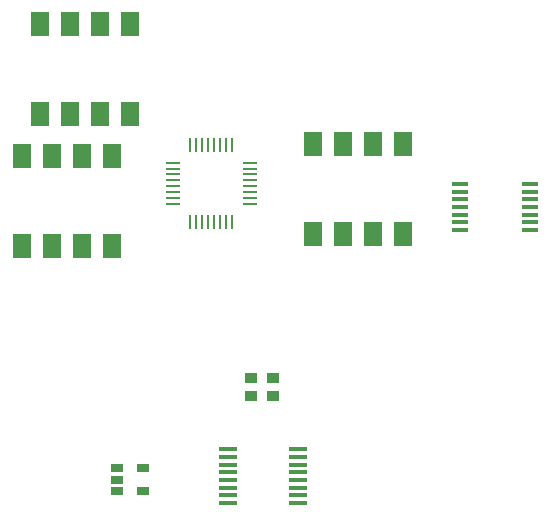
<source format=gbr>
G04 #@! TF.FileFunction,Paste,Top*
%FSLAX46Y46*%
G04 Gerber Fmt 4.6, Leading zero omitted, Abs format (unit mm)*
G04 Created by KiCad (PCBNEW 4.0.1-stable) date 5/9/2016 12:29:30 PM*
%MOMM*%
G01*
G04 APERTURE LIST*
%ADD10C,0.100000*%
%ADD11R,1.060000X0.650000*%
%ADD12R,1.524000X2.032000*%
%ADD13R,1.500000X0.450000*%
%ADD14R,1.450000X0.450000*%
%ADD15R,1.200000X0.280000*%
%ADD16R,0.280000X1.200000*%
%ADD17R,1.000000X0.900000*%
G04 APERTURE END LIST*
D10*
D11*
X101008000Y-174752000D03*
X101008000Y-175702000D03*
X101008000Y-176652000D03*
X103208000Y-176652000D03*
X103208000Y-174752000D03*
D12*
X117602000Y-154940000D03*
X120142000Y-154940000D03*
X122682000Y-154940000D03*
X125222000Y-154940000D03*
X125222000Y-147320000D03*
X122682000Y-147320000D03*
X120142000Y-147320000D03*
X117602000Y-147320000D03*
X92964000Y-155956000D03*
X95504000Y-155956000D03*
X98044000Y-155956000D03*
X100584000Y-155956000D03*
X100584000Y-148336000D03*
X98044000Y-148336000D03*
X95504000Y-148336000D03*
X92964000Y-148336000D03*
X94488000Y-144780000D03*
X97028000Y-144780000D03*
X99568000Y-144780000D03*
X102108000Y-144780000D03*
X102108000Y-137160000D03*
X99568000Y-137160000D03*
X97028000Y-137160000D03*
X94488000Y-137160000D03*
D13*
X110432000Y-173138000D03*
X110432000Y-173788000D03*
X110432000Y-174438000D03*
X110432000Y-175088000D03*
X110432000Y-175738000D03*
X110432000Y-176388000D03*
X110432000Y-177038000D03*
X110432000Y-177688000D03*
X116332000Y-177688000D03*
X116332000Y-177038000D03*
X116332000Y-176388000D03*
X116332000Y-175738000D03*
X116332000Y-175088000D03*
X116332000Y-174438000D03*
X116332000Y-173788000D03*
X116332000Y-173138000D03*
D14*
X130048000Y-150674000D03*
X130048000Y-151324000D03*
X130048000Y-151974000D03*
X130048000Y-152624000D03*
X130048000Y-153274000D03*
X130048000Y-153924000D03*
X130048000Y-154574000D03*
X135948000Y-154574000D03*
X135948000Y-153924000D03*
X135948000Y-153274000D03*
X135948000Y-152624000D03*
X135948000Y-151974000D03*
X135948000Y-151324000D03*
X135948000Y-150674000D03*
D15*
X105716000Y-148872000D03*
X105716000Y-149372000D03*
X105716000Y-149872000D03*
X105716000Y-150372000D03*
X105716000Y-150872000D03*
X105716000Y-151372000D03*
X105716000Y-151872000D03*
X105716000Y-152372000D03*
D16*
X107216000Y-153872000D03*
X107716000Y-153872000D03*
X108216000Y-153872000D03*
X108716000Y-153872000D03*
X109216000Y-153872000D03*
X109716000Y-153872000D03*
X110216000Y-153872000D03*
X110716000Y-153872000D03*
D15*
X112216000Y-152372000D03*
X112216000Y-151872000D03*
X112216000Y-151372000D03*
X112216000Y-150872000D03*
X112216000Y-150372000D03*
X112216000Y-149872000D03*
X112216000Y-149372000D03*
X112216000Y-148872000D03*
D16*
X110716000Y-147372000D03*
X110216000Y-147372000D03*
X109716000Y-147372000D03*
X109216000Y-147372000D03*
X108716000Y-147372000D03*
X108216000Y-147372000D03*
X107716000Y-147372000D03*
X107216000Y-147372000D03*
D17*
X112359000Y-168669000D03*
X114209000Y-168669000D03*
X114209000Y-167119000D03*
X112359000Y-167119000D03*
M02*

</source>
